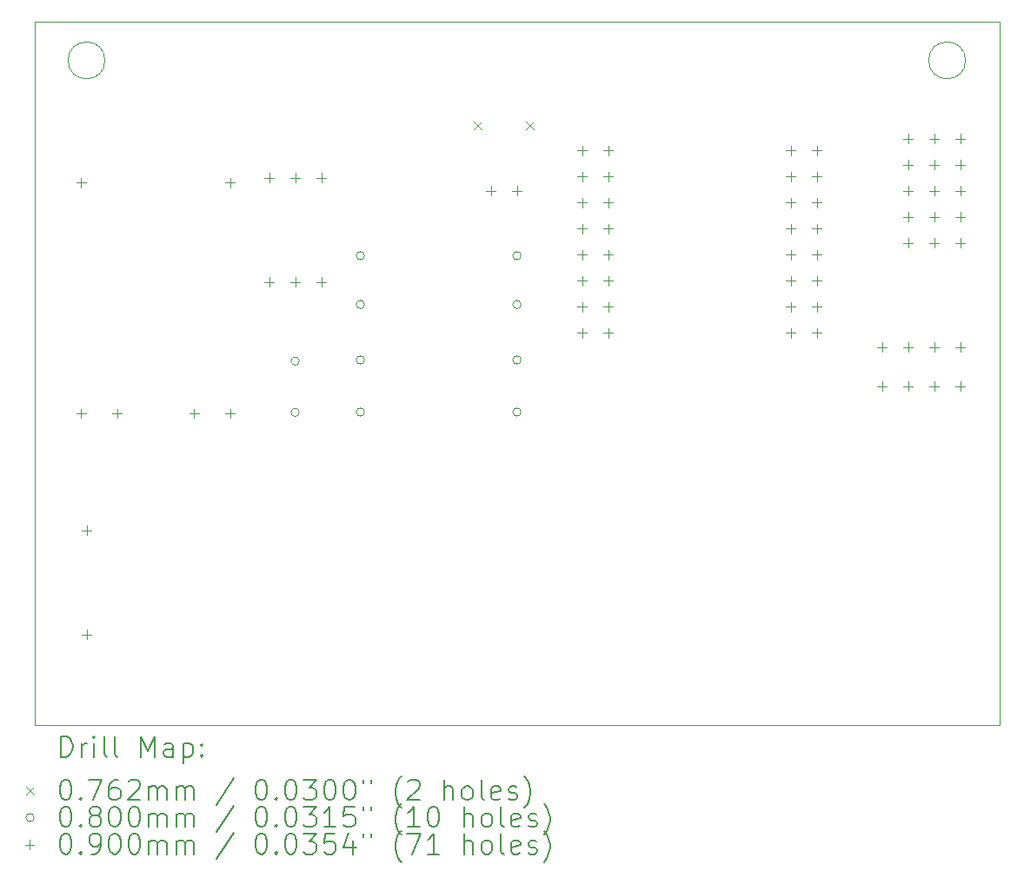
<source format=gbr>
%TF.GenerationSoftware,KiCad,Pcbnew,8.0.8-8.0.8-0~ubuntu24.10.1*%
%TF.CreationDate,2025-03-16T16:58:09+01:00*%
%TF.ProjectId,nimbus_pcb_2,6e696d62-7573-45f7-9063-625f322e6b69,rev?*%
%TF.SameCoordinates,Original*%
%TF.FileFunction,Drillmap*%
%TF.FilePolarity,Positive*%
%FSLAX45Y45*%
G04 Gerber Fmt 4.5, Leading zero omitted, Abs format (unit mm)*
G04 Created by KiCad (PCBNEW 8.0.8-8.0.8-0~ubuntu24.10.1) date 2025-03-16 16:58:09*
%MOMM*%
%LPD*%
G01*
G04 APERTURE LIST*
%ADD10C,0.050000*%
%ADD11C,0.200000*%
%ADD12C,0.100000*%
G04 APERTURE END LIST*
D10*
X15800605Y-9652000D02*
G75*
G02*
X15441395Y-9652000I-179605J0D01*
G01*
X15441395Y-9652000D02*
G75*
G02*
X15800605Y-9652000I179605J0D01*
G01*
X6731000Y-9271000D02*
X16129000Y-9271000D01*
X16129000Y-16129000D01*
X6731000Y-16129000D01*
X6731000Y-9271000D01*
X7418605Y-9652000D02*
G75*
G02*
X7059395Y-9652000I-179605J0D01*
G01*
X7059395Y-9652000D02*
G75*
G02*
X7418605Y-9652000I179605J0D01*
G01*
D11*
D12*
X11010900Y-10248900D02*
X11087100Y-10325100D01*
X11087100Y-10248900D02*
X11010900Y-10325100D01*
X11518900Y-10248900D02*
X11595100Y-10325100D01*
X11595100Y-10248900D02*
X11518900Y-10325100D01*
X9311000Y-12583000D02*
G75*
G02*
X9231000Y-12583000I-40000J0D01*
G01*
X9231000Y-12583000D02*
G75*
G02*
X9311000Y-12583000I40000J0D01*
G01*
X9311000Y-13083000D02*
G75*
G02*
X9231000Y-13083000I-40000J0D01*
G01*
X9231000Y-13083000D02*
G75*
G02*
X9311000Y-13083000I40000J0D01*
G01*
X9946000Y-11557000D02*
G75*
G02*
X9866000Y-11557000I-40000J0D01*
G01*
X9866000Y-11557000D02*
G75*
G02*
X9946000Y-11557000I40000J0D01*
G01*
X9946000Y-12032000D02*
G75*
G02*
X9866000Y-12032000I-40000J0D01*
G01*
X9866000Y-12032000D02*
G75*
G02*
X9946000Y-12032000I40000J0D01*
G01*
X9946000Y-12573000D02*
G75*
G02*
X9866000Y-12573000I-40000J0D01*
G01*
X9866000Y-12573000D02*
G75*
G02*
X9946000Y-12573000I40000J0D01*
G01*
X9946000Y-13081000D02*
G75*
G02*
X9866000Y-13081000I-40000J0D01*
G01*
X9866000Y-13081000D02*
G75*
G02*
X9946000Y-13081000I40000J0D01*
G01*
X11470000Y-11557000D02*
G75*
G02*
X11390000Y-11557000I-40000J0D01*
G01*
X11390000Y-11557000D02*
G75*
G02*
X11470000Y-11557000I40000J0D01*
G01*
X11470000Y-12032000D02*
G75*
G02*
X11390000Y-12032000I-40000J0D01*
G01*
X11390000Y-12032000D02*
G75*
G02*
X11470000Y-12032000I40000J0D01*
G01*
X11470000Y-12573000D02*
G75*
G02*
X11390000Y-12573000I-40000J0D01*
G01*
X11390000Y-12573000D02*
G75*
G02*
X11470000Y-12573000I40000J0D01*
G01*
X11470000Y-13081000D02*
G75*
G02*
X11390000Y-13081000I-40000J0D01*
G01*
X11390000Y-13081000D02*
G75*
G02*
X11470000Y-13081000I40000J0D01*
G01*
X7186000Y-10799000D02*
X7186000Y-10889000D01*
X7141000Y-10844000D02*
X7231000Y-10844000D01*
X7186000Y-13049000D02*
X7186000Y-13139000D01*
X7141000Y-13094000D02*
X7231000Y-13094000D01*
X7239000Y-14188000D02*
X7239000Y-14278000D01*
X7194000Y-14233000D02*
X7284000Y-14233000D01*
X7239000Y-15204000D02*
X7239000Y-15294000D01*
X7194000Y-15249000D02*
X7284000Y-15249000D01*
X7536000Y-13049000D02*
X7536000Y-13139000D01*
X7491000Y-13094000D02*
X7581000Y-13094000D01*
X8286000Y-13049000D02*
X8286000Y-13139000D01*
X8241000Y-13094000D02*
X8331000Y-13094000D01*
X8636000Y-10799000D02*
X8636000Y-10889000D01*
X8591000Y-10844000D02*
X8681000Y-10844000D01*
X8636000Y-13049000D02*
X8636000Y-13139000D01*
X8591000Y-13094000D02*
X8681000Y-13094000D01*
X9017000Y-10750000D02*
X9017000Y-10840000D01*
X8972000Y-10795000D02*
X9062000Y-10795000D01*
X9017000Y-11766000D02*
X9017000Y-11856000D01*
X8972000Y-11811000D02*
X9062000Y-11811000D01*
X9271000Y-10750000D02*
X9271000Y-10840000D01*
X9226000Y-10795000D02*
X9316000Y-10795000D01*
X9271000Y-11766000D02*
X9271000Y-11856000D01*
X9226000Y-11811000D02*
X9316000Y-11811000D01*
X9525000Y-10750000D02*
X9525000Y-10840000D01*
X9480000Y-10795000D02*
X9570000Y-10795000D01*
X9525000Y-11766000D02*
X9525000Y-11856000D01*
X9480000Y-11811000D02*
X9570000Y-11811000D01*
X11176000Y-10877000D02*
X11176000Y-10967000D01*
X11131000Y-10922000D02*
X11221000Y-10922000D01*
X11430000Y-10877000D02*
X11430000Y-10967000D01*
X11385000Y-10922000D02*
X11475000Y-10922000D01*
X12065000Y-10486000D02*
X12065000Y-10576000D01*
X12020000Y-10531000D02*
X12110000Y-10531000D01*
X12065000Y-10740000D02*
X12065000Y-10830000D01*
X12020000Y-10785000D02*
X12110000Y-10785000D01*
X12065000Y-10994000D02*
X12065000Y-11084000D01*
X12020000Y-11039000D02*
X12110000Y-11039000D01*
X12065000Y-11248000D02*
X12065000Y-11338000D01*
X12020000Y-11293000D02*
X12110000Y-11293000D01*
X12065000Y-11502000D02*
X12065000Y-11592000D01*
X12020000Y-11547000D02*
X12110000Y-11547000D01*
X12065000Y-11756000D02*
X12065000Y-11846000D01*
X12020000Y-11801000D02*
X12110000Y-11801000D01*
X12065000Y-12010000D02*
X12065000Y-12100000D01*
X12020000Y-12055000D02*
X12110000Y-12055000D01*
X12065000Y-12264000D02*
X12065000Y-12354000D01*
X12020000Y-12309000D02*
X12110000Y-12309000D01*
X12319000Y-10486000D02*
X12319000Y-10576000D01*
X12274000Y-10531000D02*
X12364000Y-10531000D01*
X12319000Y-10740000D02*
X12319000Y-10830000D01*
X12274000Y-10785000D02*
X12364000Y-10785000D01*
X12319000Y-10994000D02*
X12319000Y-11084000D01*
X12274000Y-11039000D02*
X12364000Y-11039000D01*
X12319000Y-11248000D02*
X12319000Y-11338000D01*
X12274000Y-11293000D02*
X12364000Y-11293000D01*
X12319000Y-11502000D02*
X12319000Y-11592000D01*
X12274000Y-11547000D02*
X12364000Y-11547000D01*
X12319000Y-11756000D02*
X12319000Y-11846000D01*
X12274000Y-11801000D02*
X12364000Y-11801000D01*
X12319000Y-12010000D02*
X12319000Y-12100000D01*
X12274000Y-12055000D02*
X12364000Y-12055000D01*
X12319000Y-12264000D02*
X12319000Y-12354000D01*
X12274000Y-12309000D02*
X12364000Y-12309000D01*
X14097000Y-10486000D02*
X14097000Y-10576000D01*
X14052000Y-10531000D02*
X14142000Y-10531000D01*
X14097000Y-10740000D02*
X14097000Y-10830000D01*
X14052000Y-10785000D02*
X14142000Y-10785000D01*
X14097000Y-10994000D02*
X14097000Y-11084000D01*
X14052000Y-11039000D02*
X14142000Y-11039000D01*
X14097000Y-11248000D02*
X14097000Y-11338000D01*
X14052000Y-11293000D02*
X14142000Y-11293000D01*
X14097000Y-11502000D02*
X14097000Y-11592000D01*
X14052000Y-11547000D02*
X14142000Y-11547000D01*
X14097000Y-11756000D02*
X14097000Y-11846000D01*
X14052000Y-11801000D02*
X14142000Y-11801000D01*
X14097000Y-12010000D02*
X14097000Y-12100000D01*
X14052000Y-12055000D02*
X14142000Y-12055000D01*
X14097000Y-12264000D02*
X14097000Y-12354000D01*
X14052000Y-12309000D02*
X14142000Y-12309000D01*
X14351000Y-10486000D02*
X14351000Y-10576000D01*
X14306000Y-10531000D02*
X14396000Y-10531000D01*
X14351000Y-10740000D02*
X14351000Y-10830000D01*
X14306000Y-10785000D02*
X14396000Y-10785000D01*
X14351000Y-10994000D02*
X14351000Y-11084000D01*
X14306000Y-11039000D02*
X14396000Y-11039000D01*
X14351000Y-11248000D02*
X14351000Y-11338000D01*
X14306000Y-11293000D02*
X14396000Y-11293000D01*
X14351000Y-11502000D02*
X14351000Y-11592000D01*
X14306000Y-11547000D02*
X14396000Y-11547000D01*
X14351000Y-11756000D02*
X14351000Y-11846000D01*
X14306000Y-11801000D02*
X14396000Y-11801000D01*
X14351000Y-12010000D02*
X14351000Y-12100000D01*
X14306000Y-12055000D02*
X14396000Y-12055000D01*
X14351000Y-12264000D02*
X14351000Y-12354000D01*
X14306000Y-12309000D02*
X14396000Y-12309000D01*
X14986000Y-12401000D02*
X14986000Y-12491000D01*
X14941000Y-12446000D02*
X15031000Y-12446000D01*
X14986000Y-12782000D02*
X14986000Y-12872000D01*
X14941000Y-12827000D02*
X15031000Y-12827000D01*
X15240000Y-10369000D02*
X15240000Y-10459000D01*
X15195000Y-10414000D02*
X15285000Y-10414000D01*
X15240000Y-10623000D02*
X15240000Y-10713000D01*
X15195000Y-10668000D02*
X15285000Y-10668000D01*
X15240000Y-10877000D02*
X15240000Y-10967000D01*
X15195000Y-10922000D02*
X15285000Y-10922000D01*
X15240000Y-11131000D02*
X15240000Y-11221000D01*
X15195000Y-11176000D02*
X15285000Y-11176000D01*
X15240000Y-11385000D02*
X15240000Y-11475000D01*
X15195000Y-11430000D02*
X15285000Y-11430000D01*
X15240000Y-12401000D02*
X15240000Y-12491000D01*
X15195000Y-12446000D02*
X15285000Y-12446000D01*
X15240000Y-12782000D02*
X15240000Y-12872000D01*
X15195000Y-12827000D02*
X15285000Y-12827000D01*
X15494000Y-10369000D02*
X15494000Y-10459000D01*
X15449000Y-10414000D02*
X15539000Y-10414000D01*
X15494000Y-10623000D02*
X15494000Y-10713000D01*
X15449000Y-10668000D02*
X15539000Y-10668000D01*
X15494000Y-10877000D02*
X15494000Y-10967000D01*
X15449000Y-10922000D02*
X15539000Y-10922000D01*
X15494000Y-11131000D02*
X15494000Y-11221000D01*
X15449000Y-11176000D02*
X15539000Y-11176000D01*
X15494000Y-11385000D02*
X15494000Y-11475000D01*
X15449000Y-11430000D02*
X15539000Y-11430000D01*
X15494000Y-12401000D02*
X15494000Y-12491000D01*
X15449000Y-12446000D02*
X15539000Y-12446000D01*
X15494000Y-12782000D02*
X15494000Y-12872000D01*
X15449000Y-12827000D02*
X15539000Y-12827000D01*
X15748000Y-10369000D02*
X15748000Y-10459000D01*
X15703000Y-10414000D02*
X15793000Y-10414000D01*
X15748000Y-10623000D02*
X15748000Y-10713000D01*
X15703000Y-10668000D02*
X15793000Y-10668000D01*
X15748000Y-10877000D02*
X15748000Y-10967000D01*
X15703000Y-10922000D02*
X15793000Y-10922000D01*
X15748000Y-11131000D02*
X15748000Y-11221000D01*
X15703000Y-11176000D02*
X15793000Y-11176000D01*
X15748000Y-11385000D02*
X15748000Y-11475000D01*
X15703000Y-11430000D02*
X15793000Y-11430000D01*
X15748000Y-12401000D02*
X15748000Y-12491000D01*
X15703000Y-12446000D02*
X15793000Y-12446000D01*
X15748000Y-12782000D02*
X15748000Y-12872000D01*
X15703000Y-12827000D02*
X15793000Y-12827000D01*
D11*
X6989277Y-16442984D02*
X6989277Y-16242984D01*
X6989277Y-16242984D02*
X7036896Y-16242984D01*
X7036896Y-16242984D02*
X7065467Y-16252508D01*
X7065467Y-16252508D02*
X7084515Y-16271555D01*
X7084515Y-16271555D02*
X7094039Y-16290603D01*
X7094039Y-16290603D02*
X7103562Y-16328698D01*
X7103562Y-16328698D02*
X7103562Y-16357269D01*
X7103562Y-16357269D02*
X7094039Y-16395365D01*
X7094039Y-16395365D02*
X7084515Y-16414412D01*
X7084515Y-16414412D02*
X7065467Y-16433460D01*
X7065467Y-16433460D02*
X7036896Y-16442984D01*
X7036896Y-16442984D02*
X6989277Y-16442984D01*
X7189277Y-16442984D02*
X7189277Y-16309650D01*
X7189277Y-16347746D02*
X7198801Y-16328698D01*
X7198801Y-16328698D02*
X7208324Y-16319174D01*
X7208324Y-16319174D02*
X7227372Y-16309650D01*
X7227372Y-16309650D02*
X7246420Y-16309650D01*
X7313086Y-16442984D02*
X7313086Y-16309650D01*
X7313086Y-16242984D02*
X7303562Y-16252508D01*
X7303562Y-16252508D02*
X7313086Y-16262031D01*
X7313086Y-16262031D02*
X7322610Y-16252508D01*
X7322610Y-16252508D02*
X7313086Y-16242984D01*
X7313086Y-16242984D02*
X7313086Y-16262031D01*
X7436896Y-16442984D02*
X7417848Y-16433460D01*
X7417848Y-16433460D02*
X7408324Y-16414412D01*
X7408324Y-16414412D02*
X7408324Y-16242984D01*
X7541658Y-16442984D02*
X7522610Y-16433460D01*
X7522610Y-16433460D02*
X7513086Y-16414412D01*
X7513086Y-16414412D02*
X7513086Y-16242984D01*
X7770229Y-16442984D02*
X7770229Y-16242984D01*
X7770229Y-16242984D02*
X7836896Y-16385841D01*
X7836896Y-16385841D02*
X7903562Y-16242984D01*
X7903562Y-16242984D02*
X7903562Y-16442984D01*
X8084515Y-16442984D02*
X8084515Y-16338222D01*
X8084515Y-16338222D02*
X8074991Y-16319174D01*
X8074991Y-16319174D02*
X8055943Y-16309650D01*
X8055943Y-16309650D02*
X8017848Y-16309650D01*
X8017848Y-16309650D02*
X7998801Y-16319174D01*
X8084515Y-16433460D02*
X8065467Y-16442984D01*
X8065467Y-16442984D02*
X8017848Y-16442984D01*
X8017848Y-16442984D02*
X7998801Y-16433460D01*
X7998801Y-16433460D02*
X7989277Y-16414412D01*
X7989277Y-16414412D02*
X7989277Y-16395365D01*
X7989277Y-16395365D02*
X7998801Y-16376317D01*
X7998801Y-16376317D02*
X8017848Y-16366793D01*
X8017848Y-16366793D02*
X8065467Y-16366793D01*
X8065467Y-16366793D02*
X8084515Y-16357269D01*
X8179753Y-16309650D02*
X8179753Y-16509650D01*
X8179753Y-16319174D02*
X8198801Y-16309650D01*
X8198801Y-16309650D02*
X8236896Y-16309650D01*
X8236896Y-16309650D02*
X8255943Y-16319174D01*
X8255943Y-16319174D02*
X8265467Y-16328698D01*
X8265467Y-16328698D02*
X8274991Y-16347746D01*
X8274991Y-16347746D02*
X8274991Y-16404888D01*
X8274991Y-16404888D02*
X8265467Y-16423936D01*
X8265467Y-16423936D02*
X8255943Y-16433460D01*
X8255943Y-16433460D02*
X8236896Y-16442984D01*
X8236896Y-16442984D02*
X8198801Y-16442984D01*
X8198801Y-16442984D02*
X8179753Y-16433460D01*
X8360705Y-16423936D02*
X8370229Y-16433460D01*
X8370229Y-16433460D02*
X8360705Y-16442984D01*
X8360705Y-16442984D02*
X8351182Y-16433460D01*
X8351182Y-16433460D02*
X8360705Y-16423936D01*
X8360705Y-16423936D02*
X8360705Y-16442984D01*
X8360705Y-16319174D02*
X8370229Y-16328698D01*
X8370229Y-16328698D02*
X8360705Y-16338222D01*
X8360705Y-16338222D02*
X8351182Y-16328698D01*
X8351182Y-16328698D02*
X8360705Y-16319174D01*
X8360705Y-16319174D02*
X8360705Y-16338222D01*
D12*
X6652300Y-16733400D02*
X6728500Y-16809600D01*
X6728500Y-16733400D02*
X6652300Y-16809600D01*
D11*
X7027372Y-16662984D02*
X7046420Y-16662984D01*
X7046420Y-16662984D02*
X7065467Y-16672508D01*
X7065467Y-16672508D02*
X7074991Y-16682031D01*
X7074991Y-16682031D02*
X7084515Y-16701079D01*
X7084515Y-16701079D02*
X7094039Y-16739174D01*
X7094039Y-16739174D02*
X7094039Y-16786793D01*
X7094039Y-16786793D02*
X7084515Y-16824889D01*
X7084515Y-16824889D02*
X7074991Y-16843936D01*
X7074991Y-16843936D02*
X7065467Y-16853460D01*
X7065467Y-16853460D02*
X7046420Y-16862984D01*
X7046420Y-16862984D02*
X7027372Y-16862984D01*
X7027372Y-16862984D02*
X7008324Y-16853460D01*
X7008324Y-16853460D02*
X6998801Y-16843936D01*
X6998801Y-16843936D02*
X6989277Y-16824889D01*
X6989277Y-16824889D02*
X6979753Y-16786793D01*
X6979753Y-16786793D02*
X6979753Y-16739174D01*
X6979753Y-16739174D02*
X6989277Y-16701079D01*
X6989277Y-16701079D02*
X6998801Y-16682031D01*
X6998801Y-16682031D02*
X7008324Y-16672508D01*
X7008324Y-16672508D02*
X7027372Y-16662984D01*
X7179753Y-16843936D02*
X7189277Y-16853460D01*
X7189277Y-16853460D02*
X7179753Y-16862984D01*
X7179753Y-16862984D02*
X7170229Y-16853460D01*
X7170229Y-16853460D02*
X7179753Y-16843936D01*
X7179753Y-16843936D02*
X7179753Y-16862984D01*
X7255943Y-16662984D02*
X7389277Y-16662984D01*
X7389277Y-16662984D02*
X7303562Y-16862984D01*
X7551182Y-16662984D02*
X7513086Y-16662984D01*
X7513086Y-16662984D02*
X7494039Y-16672508D01*
X7494039Y-16672508D02*
X7484515Y-16682031D01*
X7484515Y-16682031D02*
X7465467Y-16710603D01*
X7465467Y-16710603D02*
X7455943Y-16748698D01*
X7455943Y-16748698D02*
X7455943Y-16824889D01*
X7455943Y-16824889D02*
X7465467Y-16843936D01*
X7465467Y-16843936D02*
X7474991Y-16853460D01*
X7474991Y-16853460D02*
X7494039Y-16862984D01*
X7494039Y-16862984D02*
X7532134Y-16862984D01*
X7532134Y-16862984D02*
X7551182Y-16853460D01*
X7551182Y-16853460D02*
X7560705Y-16843936D01*
X7560705Y-16843936D02*
X7570229Y-16824889D01*
X7570229Y-16824889D02*
X7570229Y-16777270D01*
X7570229Y-16777270D02*
X7560705Y-16758222D01*
X7560705Y-16758222D02*
X7551182Y-16748698D01*
X7551182Y-16748698D02*
X7532134Y-16739174D01*
X7532134Y-16739174D02*
X7494039Y-16739174D01*
X7494039Y-16739174D02*
X7474991Y-16748698D01*
X7474991Y-16748698D02*
X7465467Y-16758222D01*
X7465467Y-16758222D02*
X7455943Y-16777270D01*
X7646420Y-16682031D02*
X7655943Y-16672508D01*
X7655943Y-16672508D02*
X7674991Y-16662984D01*
X7674991Y-16662984D02*
X7722610Y-16662984D01*
X7722610Y-16662984D02*
X7741658Y-16672508D01*
X7741658Y-16672508D02*
X7751182Y-16682031D01*
X7751182Y-16682031D02*
X7760705Y-16701079D01*
X7760705Y-16701079D02*
X7760705Y-16720127D01*
X7760705Y-16720127D02*
X7751182Y-16748698D01*
X7751182Y-16748698D02*
X7636896Y-16862984D01*
X7636896Y-16862984D02*
X7760705Y-16862984D01*
X7846420Y-16862984D02*
X7846420Y-16729650D01*
X7846420Y-16748698D02*
X7855943Y-16739174D01*
X7855943Y-16739174D02*
X7874991Y-16729650D01*
X7874991Y-16729650D02*
X7903563Y-16729650D01*
X7903563Y-16729650D02*
X7922610Y-16739174D01*
X7922610Y-16739174D02*
X7932134Y-16758222D01*
X7932134Y-16758222D02*
X7932134Y-16862984D01*
X7932134Y-16758222D02*
X7941658Y-16739174D01*
X7941658Y-16739174D02*
X7960705Y-16729650D01*
X7960705Y-16729650D02*
X7989277Y-16729650D01*
X7989277Y-16729650D02*
X8008324Y-16739174D01*
X8008324Y-16739174D02*
X8017848Y-16758222D01*
X8017848Y-16758222D02*
X8017848Y-16862984D01*
X8113086Y-16862984D02*
X8113086Y-16729650D01*
X8113086Y-16748698D02*
X8122610Y-16739174D01*
X8122610Y-16739174D02*
X8141658Y-16729650D01*
X8141658Y-16729650D02*
X8170229Y-16729650D01*
X8170229Y-16729650D02*
X8189277Y-16739174D01*
X8189277Y-16739174D02*
X8198801Y-16758222D01*
X8198801Y-16758222D02*
X8198801Y-16862984D01*
X8198801Y-16758222D02*
X8208324Y-16739174D01*
X8208324Y-16739174D02*
X8227372Y-16729650D01*
X8227372Y-16729650D02*
X8255943Y-16729650D01*
X8255943Y-16729650D02*
X8274991Y-16739174D01*
X8274991Y-16739174D02*
X8284515Y-16758222D01*
X8284515Y-16758222D02*
X8284515Y-16862984D01*
X8674991Y-16653460D02*
X8503563Y-16910603D01*
X8932134Y-16662984D02*
X8951182Y-16662984D01*
X8951182Y-16662984D02*
X8970229Y-16672508D01*
X8970229Y-16672508D02*
X8979753Y-16682031D01*
X8979753Y-16682031D02*
X8989277Y-16701079D01*
X8989277Y-16701079D02*
X8998801Y-16739174D01*
X8998801Y-16739174D02*
X8998801Y-16786793D01*
X8998801Y-16786793D02*
X8989277Y-16824889D01*
X8989277Y-16824889D02*
X8979753Y-16843936D01*
X8979753Y-16843936D02*
X8970229Y-16853460D01*
X8970229Y-16853460D02*
X8951182Y-16862984D01*
X8951182Y-16862984D02*
X8932134Y-16862984D01*
X8932134Y-16862984D02*
X8913087Y-16853460D01*
X8913087Y-16853460D02*
X8903563Y-16843936D01*
X8903563Y-16843936D02*
X8894039Y-16824889D01*
X8894039Y-16824889D02*
X8884515Y-16786793D01*
X8884515Y-16786793D02*
X8884515Y-16739174D01*
X8884515Y-16739174D02*
X8894039Y-16701079D01*
X8894039Y-16701079D02*
X8903563Y-16682031D01*
X8903563Y-16682031D02*
X8913087Y-16672508D01*
X8913087Y-16672508D02*
X8932134Y-16662984D01*
X9084515Y-16843936D02*
X9094039Y-16853460D01*
X9094039Y-16853460D02*
X9084515Y-16862984D01*
X9084515Y-16862984D02*
X9074991Y-16853460D01*
X9074991Y-16853460D02*
X9084515Y-16843936D01*
X9084515Y-16843936D02*
X9084515Y-16862984D01*
X9217848Y-16662984D02*
X9236896Y-16662984D01*
X9236896Y-16662984D02*
X9255944Y-16672508D01*
X9255944Y-16672508D02*
X9265468Y-16682031D01*
X9265468Y-16682031D02*
X9274991Y-16701079D01*
X9274991Y-16701079D02*
X9284515Y-16739174D01*
X9284515Y-16739174D02*
X9284515Y-16786793D01*
X9284515Y-16786793D02*
X9274991Y-16824889D01*
X9274991Y-16824889D02*
X9265468Y-16843936D01*
X9265468Y-16843936D02*
X9255944Y-16853460D01*
X9255944Y-16853460D02*
X9236896Y-16862984D01*
X9236896Y-16862984D02*
X9217848Y-16862984D01*
X9217848Y-16862984D02*
X9198801Y-16853460D01*
X9198801Y-16853460D02*
X9189277Y-16843936D01*
X9189277Y-16843936D02*
X9179753Y-16824889D01*
X9179753Y-16824889D02*
X9170229Y-16786793D01*
X9170229Y-16786793D02*
X9170229Y-16739174D01*
X9170229Y-16739174D02*
X9179753Y-16701079D01*
X9179753Y-16701079D02*
X9189277Y-16682031D01*
X9189277Y-16682031D02*
X9198801Y-16672508D01*
X9198801Y-16672508D02*
X9217848Y-16662984D01*
X9351182Y-16662984D02*
X9474991Y-16662984D01*
X9474991Y-16662984D02*
X9408325Y-16739174D01*
X9408325Y-16739174D02*
X9436896Y-16739174D01*
X9436896Y-16739174D02*
X9455944Y-16748698D01*
X9455944Y-16748698D02*
X9465468Y-16758222D01*
X9465468Y-16758222D02*
X9474991Y-16777270D01*
X9474991Y-16777270D02*
X9474991Y-16824889D01*
X9474991Y-16824889D02*
X9465468Y-16843936D01*
X9465468Y-16843936D02*
X9455944Y-16853460D01*
X9455944Y-16853460D02*
X9436896Y-16862984D01*
X9436896Y-16862984D02*
X9379753Y-16862984D01*
X9379753Y-16862984D02*
X9360706Y-16853460D01*
X9360706Y-16853460D02*
X9351182Y-16843936D01*
X9598801Y-16662984D02*
X9617849Y-16662984D01*
X9617849Y-16662984D02*
X9636896Y-16672508D01*
X9636896Y-16672508D02*
X9646420Y-16682031D01*
X9646420Y-16682031D02*
X9655944Y-16701079D01*
X9655944Y-16701079D02*
X9665468Y-16739174D01*
X9665468Y-16739174D02*
X9665468Y-16786793D01*
X9665468Y-16786793D02*
X9655944Y-16824889D01*
X9655944Y-16824889D02*
X9646420Y-16843936D01*
X9646420Y-16843936D02*
X9636896Y-16853460D01*
X9636896Y-16853460D02*
X9617849Y-16862984D01*
X9617849Y-16862984D02*
X9598801Y-16862984D01*
X9598801Y-16862984D02*
X9579753Y-16853460D01*
X9579753Y-16853460D02*
X9570229Y-16843936D01*
X9570229Y-16843936D02*
X9560706Y-16824889D01*
X9560706Y-16824889D02*
X9551182Y-16786793D01*
X9551182Y-16786793D02*
X9551182Y-16739174D01*
X9551182Y-16739174D02*
X9560706Y-16701079D01*
X9560706Y-16701079D02*
X9570229Y-16682031D01*
X9570229Y-16682031D02*
X9579753Y-16672508D01*
X9579753Y-16672508D02*
X9598801Y-16662984D01*
X9789277Y-16662984D02*
X9808325Y-16662984D01*
X9808325Y-16662984D02*
X9827372Y-16672508D01*
X9827372Y-16672508D02*
X9836896Y-16682031D01*
X9836896Y-16682031D02*
X9846420Y-16701079D01*
X9846420Y-16701079D02*
X9855944Y-16739174D01*
X9855944Y-16739174D02*
X9855944Y-16786793D01*
X9855944Y-16786793D02*
X9846420Y-16824889D01*
X9846420Y-16824889D02*
X9836896Y-16843936D01*
X9836896Y-16843936D02*
X9827372Y-16853460D01*
X9827372Y-16853460D02*
X9808325Y-16862984D01*
X9808325Y-16862984D02*
X9789277Y-16862984D01*
X9789277Y-16862984D02*
X9770229Y-16853460D01*
X9770229Y-16853460D02*
X9760706Y-16843936D01*
X9760706Y-16843936D02*
X9751182Y-16824889D01*
X9751182Y-16824889D02*
X9741658Y-16786793D01*
X9741658Y-16786793D02*
X9741658Y-16739174D01*
X9741658Y-16739174D02*
X9751182Y-16701079D01*
X9751182Y-16701079D02*
X9760706Y-16682031D01*
X9760706Y-16682031D02*
X9770229Y-16672508D01*
X9770229Y-16672508D02*
X9789277Y-16662984D01*
X9932134Y-16662984D02*
X9932134Y-16701079D01*
X10008325Y-16662984D02*
X10008325Y-16701079D01*
X10303563Y-16939174D02*
X10294039Y-16929650D01*
X10294039Y-16929650D02*
X10274991Y-16901079D01*
X10274991Y-16901079D02*
X10265468Y-16882031D01*
X10265468Y-16882031D02*
X10255944Y-16853460D01*
X10255944Y-16853460D02*
X10246420Y-16805841D01*
X10246420Y-16805841D02*
X10246420Y-16767746D01*
X10246420Y-16767746D02*
X10255944Y-16720127D01*
X10255944Y-16720127D02*
X10265468Y-16691555D01*
X10265468Y-16691555D02*
X10274991Y-16672508D01*
X10274991Y-16672508D02*
X10294039Y-16643936D01*
X10294039Y-16643936D02*
X10303563Y-16634412D01*
X10370230Y-16682031D02*
X10379753Y-16672508D01*
X10379753Y-16672508D02*
X10398801Y-16662984D01*
X10398801Y-16662984D02*
X10446420Y-16662984D01*
X10446420Y-16662984D02*
X10465468Y-16672508D01*
X10465468Y-16672508D02*
X10474991Y-16682031D01*
X10474991Y-16682031D02*
X10484515Y-16701079D01*
X10484515Y-16701079D02*
X10484515Y-16720127D01*
X10484515Y-16720127D02*
X10474991Y-16748698D01*
X10474991Y-16748698D02*
X10360706Y-16862984D01*
X10360706Y-16862984D02*
X10484515Y-16862984D01*
X10722611Y-16862984D02*
X10722611Y-16662984D01*
X10808325Y-16862984D02*
X10808325Y-16758222D01*
X10808325Y-16758222D02*
X10798801Y-16739174D01*
X10798801Y-16739174D02*
X10779753Y-16729650D01*
X10779753Y-16729650D02*
X10751182Y-16729650D01*
X10751182Y-16729650D02*
X10732134Y-16739174D01*
X10732134Y-16739174D02*
X10722611Y-16748698D01*
X10932134Y-16862984D02*
X10913087Y-16853460D01*
X10913087Y-16853460D02*
X10903563Y-16843936D01*
X10903563Y-16843936D02*
X10894039Y-16824889D01*
X10894039Y-16824889D02*
X10894039Y-16767746D01*
X10894039Y-16767746D02*
X10903563Y-16748698D01*
X10903563Y-16748698D02*
X10913087Y-16739174D01*
X10913087Y-16739174D02*
X10932134Y-16729650D01*
X10932134Y-16729650D02*
X10960706Y-16729650D01*
X10960706Y-16729650D02*
X10979753Y-16739174D01*
X10979753Y-16739174D02*
X10989277Y-16748698D01*
X10989277Y-16748698D02*
X10998801Y-16767746D01*
X10998801Y-16767746D02*
X10998801Y-16824889D01*
X10998801Y-16824889D02*
X10989277Y-16843936D01*
X10989277Y-16843936D02*
X10979753Y-16853460D01*
X10979753Y-16853460D02*
X10960706Y-16862984D01*
X10960706Y-16862984D02*
X10932134Y-16862984D01*
X11113087Y-16862984D02*
X11094039Y-16853460D01*
X11094039Y-16853460D02*
X11084515Y-16834412D01*
X11084515Y-16834412D02*
X11084515Y-16662984D01*
X11265468Y-16853460D02*
X11246420Y-16862984D01*
X11246420Y-16862984D02*
X11208325Y-16862984D01*
X11208325Y-16862984D02*
X11189277Y-16853460D01*
X11189277Y-16853460D02*
X11179753Y-16834412D01*
X11179753Y-16834412D02*
X11179753Y-16758222D01*
X11179753Y-16758222D02*
X11189277Y-16739174D01*
X11189277Y-16739174D02*
X11208325Y-16729650D01*
X11208325Y-16729650D02*
X11246420Y-16729650D01*
X11246420Y-16729650D02*
X11265468Y-16739174D01*
X11265468Y-16739174D02*
X11274991Y-16758222D01*
X11274991Y-16758222D02*
X11274991Y-16777270D01*
X11274991Y-16777270D02*
X11179753Y-16796317D01*
X11351182Y-16853460D02*
X11370230Y-16862984D01*
X11370230Y-16862984D02*
X11408325Y-16862984D01*
X11408325Y-16862984D02*
X11427372Y-16853460D01*
X11427372Y-16853460D02*
X11436896Y-16834412D01*
X11436896Y-16834412D02*
X11436896Y-16824889D01*
X11436896Y-16824889D02*
X11427372Y-16805841D01*
X11427372Y-16805841D02*
X11408325Y-16796317D01*
X11408325Y-16796317D02*
X11379753Y-16796317D01*
X11379753Y-16796317D02*
X11360706Y-16786793D01*
X11360706Y-16786793D02*
X11351182Y-16767746D01*
X11351182Y-16767746D02*
X11351182Y-16758222D01*
X11351182Y-16758222D02*
X11360706Y-16739174D01*
X11360706Y-16739174D02*
X11379753Y-16729650D01*
X11379753Y-16729650D02*
X11408325Y-16729650D01*
X11408325Y-16729650D02*
X11427372Y-16739174D01*
X11503563Y-16939174D02*
X11513087Y-16929650D01*
X11513087Y-16929650D02*
X11532134Y-16901079D01*
X11532134Y-16901079D02*
X11541658Y-16882031D01*
X11541658Y-16882031D02*
X11551182Y-16853460D01*
X11551182Y-16853460D02*
X11560706Y-16805841D01*
X11560706Y-16805841D02*
X11560706Y-16767746D01*
X11560706Y-16767746D02*
X11551182Y-16720127D01*
X11551182Y-16720127D02*
X11541658Y-16691555D01*
X11541658Y-16691555D02*
X11532134Y-16672508D01*
X11532134Y-16672508D02*
X11513087Y-16643936D01*
X11513087Y-16643936D02*
X11503563Y-16634412D01*
D12*
X6728500Y-17035500D02*
G75*
G02*
X6648500Y-17035500I-40000J0D01*
G01*
X6648500Y-17035500D02*
G75*
G02*
X6728500Y-17035500I40000J0D01*
G01*
D11*
X7027372Y-16926984D02*
X7046420Y-16926984D01*
X7046420Y-16926984D02*
X7065467Y-16936508D01*
X7065467Y-16936508D02*
X7074991Y-16946031D01*
X7074991Y-16946031D02*
X7084515Y-16965079D01*
X7084515Y-16965079D02*
X7094039Y-17003174D01*
X7094039Y-17003174D02*
X7094039Y-17050793D01*
X7094039Y-17050793D02*
X7084515Y-17088889D01*
X7084515Y-17088889D02*
X7074991Y-17107936D01*
X7074991Y-17107936D02*
X7065467Y-17117460D01*
X7065467Y-17117460D02*
X7046420Y-17126984D01*
X7046420Y-17126984D02*
X7027372Y-17126984D01*
X7027372Y-17126984D02*
X7008324Y-17117460D01*
X7008324Y-17117460D02*
X6998801Y-17107936D01*
X6998801Y-17107936D02*
X6989277Y-17088889D01*
X6989277Y-17088889D02*
X6979753Y-17050793D01*
X6979753Y-17050793D02*
X6979753Y-17003174D01*
X6979753Y-17003174D02*
X6989277Y-16965079D01*
X6989277Y-16965079D02*
X6998801Y-16946031D01*
X6998801Y-16946031D02*
X7008324Y-16936508D01*
X7008324Y-16936508D02*
X7027372Y-16926984D01*
X7179753Y-17107936D02*
X7189277Y-17117460D01*
X7189277Y-17117460D02*
X7179753Y-17126984D01*
X7179753Y-17126984D02*
X7170229Y-17117460D01*
X7170229Y-17117460D02*
X7179753Y-17107936D01*
X7179753Y-17107936D02*
X7179753Y-17126984D01*
X7303562Y-17012698D02*
X7284515Y-17003174D01*
X7284515Y-17003174D02*
X7274991Y-16993650D01*
X7274991Y-16993650D02*
X7265467Y-16974603D01*
X7265467Y-16974603D02*
X7265467Y-16965079D01*
X7265467Y-16965079D02*
X7274991Y-16946031D01*
X7274991Y-16946031D02*
X7284515Y-16936508D01*
X7284515Y-16936508D02*
X7303562Y-16926984D01*
X7303562Y-16926984D02*
X7341658Y-16926984D01*
X7341658Y-16926984D02*
X7360705Y-16936508D01*
X7360705Y-16936508D02*
X7370229Y-16946031D01*
X7370229Y-16946031D02*
X7379753Y-16965079D01*
X7379753Y-16965079D02*
X7379753Y-16974603D01*
X7379753Y-16974603D02*
X7370229Y-16993650D01*
X7370229Y-16993650D02*
X7360705Y-17003174D01*
X7360705Y-17003174D02*
X7341658Y-17012698D01*
X7341658Y-17012698D02*
X7303562Y-17012698D01*
X7303562Y-17012698D02*
X7284515Y-17022222D01*
X7284515Y-17022222D02*
X7274991Y-17031746D01*
X7274991Y-17031746D02*
X7265467Y-17050793D01*
X7265467Y-17050793D02*
X7265467Y-17088889D01*
X7265467Y-17088889D02*
X7274991Y-17107936D01*
X7274991Y-17107936D02*
X7284515Y-17117460D01*
X7284515Y-17117460D02*
X7303562Y-17126984D01*
X7303562Y-17126984D02*
X7341658Y-17126984D01*
X7341658Y-17126984D02*
X7360705Y-17117460D01*
X7360705Y-17117460D02*
X7370229Y-17107936D01*
X7370229Y-17107936D02*
X7379753Y-17088889D01*
X7379753Y-17088889D02*
X7379753Y-17050793D01*
X7379753Y-17050793D02*
X7370229Y-17031746D01*
X7370229Y-17031746D02*
X7360705Y-17022222D01*
X7360705Y-17022222D02*
X7341658Y-17012698D01*
X7503562Y-16926984D02*
X7522610Y-16926984D01*
X7522610Y-16926984D02*
X7541658Y-16936508D01*
X7541658Y-16936508D02*
X7551182Y-16946031D01*
X7551182Y-16946031D02*
X7560705Y-16965079D01*
X7560705Y-16965079D02*
X7570229Y-17003174D01*
X7570229Y-17003174D02*
X7570229Y-17050793D01*
X7570229Y-17050793D02*
X7560705Y-17088889D01*
X7560705Y-17088889D02*
X7551182Y-17107936D01*
X7551182Y-17107936D02*
X7541658Y-17117460D01*
X7541658Y-17117460D02*
X7522610Y-17126984D01*
X7522610Y-17126984D02*
X7503562Y-17126984D01*
X7503562Y-17126984D02*
X7484515Y-17117460D01*
X7484515Y-17117460D02*
X7474991Y-17107936D01*
X7474991Y-17107936D02*
X7465467Y-17088889D01*
X7465467Y-17088889D02*
X7455943Y-17050793D01*
X7455943Y-17050793D02*
X7455943Y-17003174D01*
X7455943Y-17003174D02*
X7465467Y-16965079D01*
X7465467Y-16965079D02*
X7474991Y-16946031D01*
X7474991Y-16946031D02*
X7484515Y-16936508D01*
X7484515Y-16936508D02*
X7503562Y-16926984D01*
X7694039Y-16926984D02*
X7713086Y-16926984D01*
X7713086Y-16926984D02*
X7732134Y-16936508D01*
X7732134Y-16936508D02*
X7741658Y-16946031D01*
X7741658Y-16946031D02*
X7751182Y-16965079D01*
X7751182Y-16965079D02*
X7760705Y-17003174D01*
X7760705Y-17003174D02*
X7760705Y-17050793D01*
X7760705Y-17050793D02*
X7751182Y-17088889D01*
X7751182Y-17088889D02*
X7741658Y-17107936D01*
X7741658Y-17107936D02*
X7732134Y-17117460D01*
X7732134Y-17117460D02*
X7713086Y-17126984D01*
X7713086Y-17126984D02*
X7694039Y-17126984D01*
X7694039Y-17126984D02*
X7674991Y-17117460D01*
X7674991Y-17117460D02*
X7665467Y-17107936D01*
X7665467Y-17107936D02*
X7655943Y-17088889D01*
X7655943Y-17088889D02*
X7646420Y-17050793D01*
X7646420Y-17050793D02*
X7646420Y-17003174D01*
X7646420Y-17003174D02*
X7655943Y-16965079D01*
X7655943Y-16965079D02*
X7665467Y-16946031D01*
X7665467Y-16946031D02*
X7674991Y-16936508D01*
X7674991Y-16936508D02*
X7694039Y-16926984D01*
X7846420Y-17126984D02*
X7846420Y-16993650D01*
X7846420Y-17012698D02*
X7855943Y-17003174D01*
X7855943Y-17003174D02*
X7874991Y-16993650D01*
X7874991Y-16993650D02*
X7903563Y-16993650D01*
X7903563Y-16993650D02*
X7922610Y-17003174D01*
X7922610Y-17003174D02*
X7932134Y-17022222D01*
X7932134Y-17022222D02*
X7932134Y-17126984D01*
X7932134Y-17022222D02*
X7941658Y-17003174D01*
X7941658Y-17003174D02*
X7960705Y-16993650D01*
X7960705Y-16993650D02*
X7989277Y-16993650D01*
X7989277Y-16993650D02*
X8008324Y-17003174D01*
X8008324Y-17003174D02*
X8017848Y-17022222D01*
X8017848Y-17022222D02*
X8017848Y-17126984D01*
X8113086Y-17126984D02*
X8113086Y-16993650D01*
X8113086Y-17012698D02*
X8122610Y-17003174D01*
X8122610Y-17003174D02*
X8141658Y-16993650D01*
X8141658Y-16993650D02*
X8170229Y-16993650D01*
X8170229Y-16993650D02*
X8189277Y-17003174D01*
X8189277Y-17003174D02*
X8198801Y-17022222D01*
X8198801Y-17022222D02*
X8198801Y-17126984D01*
X8198801Y-17022222D02*
X8208324Y-17003174D01*
X8208324Y-17003174D02*
X8227372Y-16993650D01*
X8227372Y-16993650D02*
X8255943Y-16993650D01*
X8255943Y-16993650D02*
X8274991Y-17003174D01*
X8274991Y-17003174D02*
X8284515Y-17022222D01*
X8284515Y-17022222D02*
X8284515Y-17126984D01*
X8674991Y-16917460D02*
X8503563Y-17174603D01*
X8932134Y-16926984D02*
X8951182Y-16926984D01*
X8951182Y-16926984D02*
X8970229Y-16936508D01*
X8970229Y-16936508D02*
X8979753Y-16946031D01*
X8979753Y-16946031D02*
X8989277Y-16965079D01*
X8989277Y-16965079D02*
X8998801Y-17003174D01*
X8998801Y-17003174D02*
X8998801Y-17050793D01*
X8998801Y-17050793D02*
X8989277Y-17088889D01*
X8989277Y-17088889D02*
X8979753Y-17107936D01*
X8979753Y-17107936D02*
X8970229Y-17117460D01*
X8970229Y-17117460D02*
X8951182Y-17126984D01*
X8951182Y-17126984D02*
X8932134Y-17126984D01*
X8932134Y-17126984D02*
X8913087Y-17117460D01*
X8913087Y-17117460D02*
X8903563Y-17107936D01*
X8903563Y-17107936D02*
X8894039Y-17088889D01*
X8894039Y-17088889D02*
X8884515Y-17050793D01*
X8884515Y-17050793D02*
X8884515Y-17003174D01*
X8884515Y-17003174D02*
X8894039Y-16965079D01*
X8894039Y-16965079D02*
X8903563Y-16946031D01*
X8903563Y-16946031D02*
X8913087Y-16936508D01*
X8913087Y-16936508D02*
X8932134Y-16926984D01*
X9084515Y-17107936D02*
X9094039Y-17117460D01*
X9094039Y-17117460D02*
X9084515Y-17126984D01*
X9084515Y-17126984D02*
X9074991Y-17117460D01*
X9074991Y-17117460D02*
X9084515Y-17107936D01*
X9084515Y-17107936D02*
X9084515Y-17126984D01*
X9217848Y-16926984D02*
X9236896Y-16926984D01*
X9236896Y-16926984D02*
X9255944Y-16936508D01*
X9255944Y-16936508D02*
X9265468Y-16946031D01*
X9265468Y-16946031D02*
X9274991Y-16965079D01*
X9274991Y-16965079D02*
X9284515Y-17003174D01*
X9284515Y-17003174D02*
X9284515Y-17050793D01*
X9284515Y-17050793D02*
X9274991Y-17088889D01*
X9274991Y-17088889D02*
X9265468Y-17107936D01*
X9265468Y-17107936D02*
X9255944Y-17117460D01*
X9255944Y-17117460D02*
X9236896Y-17126984D01*
X9236896Y-17126984D02*
X9217848Y-17126984D01*
X9217848Y-17126984D02*
X9198801Y-17117460D01*
X9198801Y-17117460D02*
X9189277Y-17107936D01*
X9189277Y-17107936D02*
X9179753Y-17088889D01*
X9179753Y-17088889D02*
X9170229Y-17050793D01*
X9170229Y-17050793D02*
X9170229Y-17003174D01*
X9170229Y-17003174D02*
X9179753Y-16965079D01*
X9179753Y-16965079D02*
X9189277Y-16946031D01*
X9189277Y-16946031D02*
X9198801Y-16936508D01*
X9198801Y-16936508D02*
X9217848Y-16926984D01*
X9351182Y-16926984D02*
X9474991Y-16926984D01*
X9474991Y-16926984D02*
X9408325Y-17003174D01*
X9408325Y-17003174D02*
X9436896Y-17003174D01*
X9436896Y-17003174D02*
X9455944Y-17012698D01*
X9455944Y-17012698D02*
X9465468Y-17022222D01*
X9465468Y-17022222D02*
X9474991Y-17041270D01*
X9474991Y-17041270D02*
X9474991Y-17088889D01*
X9474991Y-17088889D02*
X9465468Y-17107936D01*
X9465468Y-17107936D02*
X9455944Y-17117460D01*
X9455944Y-17117460D02*
X9436896Y-17126984D01*
X9436896Y-17126984D02*
X9379753Y-17126984D01*
X9379753Y-17126984D02*
X9360706Y-17117460D01*
X9360706Y-17117460D02*
X9351182Y-17107936D01*
X9665468Y-17126984D02*
X9551182Y-17126984D01*
X9608325Y-17126984D02*
X9608325Y-16926984D01*
X9608325Y-16926984D02*
X9589277Y-16955555D01*
X9589277Y-16955555D02*
X9570229Y-16974603D01*
X9570229Y-16974603D02*
X9551182Y-16984127D01*
X9846420Y-16926984D02*
X9751182Y-16926984D01*
X9751182Y-16926984D02*
X9741658Y-17022222D01*
X9741658Y-17022222D02*
X9751182Y-17012698D01*
X9751182Y-17012698D02*
X9770229Y-17003174D01*
X9770229Y-17003174D02*
X9817849Y-17003174D01*
X9817849Y-17003174D02*
X9836896Y-17012698D01*
X9836896Y-17012698D02*
X9846420Y-17022222D01*
X9846420Y-17022222D02*
X9855944Y-17041270D01*
X9855944Y-17041270D02*
X9855944Y-17088889D01*
X9855944Y-17088889D02*
X9846420Y-17107936D01*
X9846420Y-17107936D02*
X9836896Y-17117460D01*
X9836896Y-17117460D02*
X9817849Y-17126984D01*
X9817849Y-17126984D02*
X9770229Y-17126984D01*
X9770229Y-17126984D02*
X9751182Y-17117460D01*
X9751182Y-17117460D02*
X9741658Y-17107936D01*
X9932134Y-16926984D02*
X9932134Y-16965079D01*
X10008325Y-16926984D02*
X10008325Y-16965079D01*
X10303563Y-17203174D02*
X10294039Y-17193650D01*
X10294039Y-17193650D02*
X10274991Y-17165079D01*
X10274991Y-17165079D02*
X10265468Y-17146031D01*
X10265468Y-17146031D02*
X10255944Y-17117460D01*
X10255944Y-17117460D02*
X10246420Y-17069841D01*
X10246420Y-17069841D02*
X10246420Y-17031746D01*
X10246420Y-17031746D02*
X10255944Y-16984127D01*
X10255944Y-16984127D02*
X10265468Y-16955555D01*
X10265468Y-16955555D02*
X10274991Y-16936508D01*
X10274991Y-16936508D02*
X10294039Y-16907936D01*
X10294039Y-16907936D02*
X10303563Y-16898412D01*
X10484515Y-17126984D02*
X10370230Y-17126984D01*
X10427372Y-17126984D02*
X10427372Y-16926984D01*
X10427372Y-16926984D02*
X10408325Y-16955555D01*
X10408325Y-16955555D02*
X10389277Y-16974603D01*
X10389277Y-16974603D02*
X10370230Y-16984127D01*
X10608325Y-16926984D02*
X10627372Y-16926984D01*
X10627372Y-16926984D02*
X10646420Y-16936508D01*
X10646420Y-16936508D02*
X10655944Y-16946031D01*
X10655944Y-16946031D02*
X10665468Y-16965079D01*
X10665468Y-16965079D02*
X10674991Y-17003174D01*
X10674991Y-17003174D02*
X10674991Y-17050793D01*
X10674991Y-17050793D02*
X10665468Y-17088889D01*
X10665468Y-17088889D02*
X10655944Y-17107936D01*
X10655944Y-17107936D02*
X10646420Y-17117460D01*
X10646420Y-17117460D02*
X10627372Y-17126984D01*
X10627372Y-17126984D02*
X10608325Y-17126984D01*
X10608325Y-17126984D02*
X10589277Y-17117460D01*
X10589277Y-17117460D02*
X10579753Y-17107936D01*
X10579753Y-17107936D02*
X10570230Y-17088889D01*
X10570230Y-17088889D02*
X10560706Y-17050793D01*
X10560706Y-17050793D02*
X10560706Y-17003174D01*
X10560706Y-17003174D02*
X10570230Y-16965079D01*
X10570230Y-16965079D02*
X10579753Y-16946031D01*
X10579753Y-16946031D02*
X10589277Y-16936508D01*
X10589277Y-16936508D02*
X10608325Y-16926984D01*
X10913087Y-17126984D02*
X10913087Y-16926984D01*
X10998801Y-17126984D02*
X10998801Y-17022222D01*
X10998801Y-17022222D02*
X10989277Y-17003174D01*
X10989277Y-17003174D02*
X10970230Y-16993650D01*
X10970230Y-16993650D02*
X10941658Y-16993650D01*
X10941658Y-16993650D02*
X10922611Y-17003174D01*
X10922611Y-17003174D02*
X10913087Y-17012698D01*
X11122611Y-17126984D02*
X11103563Y-17117460D01*
X11103563Y-17117460D02*
X11094039Y-17107936D01*
X11094039Y-17107936D02*
X11084515Y-17088889D01*
X11084515Y-17088889D02*
X11084515Y-17031746D01*
X11084515Y-17031746D02*
X11094039Y-17012698D01*
X11094039Y-17012698D02*
X11103563Y-17003174D01*
X11103563Y-17003174D02*
X11122611Y-16993650D01*
X11122611Y-16993650D02*
X11151182Y-16993650D01*
X11151182Y-16993650D02*
X11170230Y-17003174D01*
X11170230Y-17003174D02*
X11179753Y-17012698D01*
X11179753Y-17012698D02*
X11189277Y-17031746D01*
X11189277Y-17031746D02*
X11189277Y-17088889D01*
X11189277Y-17088889D02*
X11179753Y-17107936D01*
X11179753Y-17107936D02*
X11170230Y-17117460D01*
X11170230Y-17117460D02*
X11151182Y-17126984D01*
X11151182Y-17126984D02*
X11122611Y-17126984D01*
X11303563Y-17126984D02*
X11284515Y-17117460D01*
X11284515Y-17117460D02*
X11274991Y-17098412D01*
X11274991Y-17098412D02*
X11274991Y-16926984D01*
X11455944Y-17117460D02*
X11436896Y-17126984D01*
X11436896Y-17126984D02*
X11398801Y-17126984D01*
X11398801Y-17126984D02*
X11379753Y-17117460D01*
X11379753Y-17117460D02*
X11370230Y-17098412D01*
X11370230Y-17098412D02*
X11370230Y-17022222D01*
X11370230Y-17022222D02*
X11379753Y-17003174D01*
X11379753Y-17003174D02*
X11398801Y-16993650D01*
X11398801Y-16993650D02*
X11436896Y-16993650D01*
X11436896Y-16993650D02*
X11455944Y-17003174D01*
X11455944Y-17003174D02*
X11465468Y-17022222D01*
X11465468Y-17022222D02*
X11465468Y-17041270D01*
X11465468Y-17041270D02*
X11370230Y-17060317D01*
X11541658Y-17117460D02*
X11560706Y-17126984D01*
X11560706Y-17126984D02*
X11598801Y-17126984D01*
X11598801Y-17126984D02*
X11617849Y-17117460D01*
X11617849Y-17117460D02*
X11627372Y-17098412D01*
X11627372Y-17098412D02*
X11627372Y-17088889D01*
X11627372Y-17088889D02*
X11617849Y-17069841D01*
X11617849Y-17069841D02*
X11598801Y-17060317D01*
X11598801Y-17060317D02*
X11570230Y-17060317D01*
X11570230Y-17060317D02*
X11551182Y-17050793D01*
X11551182Y-17050793D02*
X11541658Y-17031746D01*
X11541658Y-17031746D02*
X11541658Y-17022222D01*
X11541658Y-17022222D02*
X11551182Y-17003174D01*
X11551182Y-17003174D02*
X11570230Y-16993650D01*
X11570230Y-16993650D02*
X11598801Y-16993650D01*
X11598801Y-16993650D02*
X11617849Y-17003174D01*
X11694039Y-17203174D02*
X11703563Y-17193650D01*
X11703563Y-17193650D02*
X11722611Y-17165079D01*
X11722611Y-17165079D02*
X11732134Y-17146031D01*
X11732134Y-17146031D02*
X11741658Y-17117460D01*
X11741658Y-17117460D02*
X11751182Y-17069841D01*
X11751182Y-17069841D02*
X11751182Y-17031746D01*
X11751182Y-17031746D02*
X11741658Y-16984127D01*
X11741658Y-16984127D02*
X11732134Y-16955555D01*
X11732134Y-16955555D02*
X11722611Y-16936508D01*
X11722611Y-16936508D02*
X11703563Y-16907936D01*
X11703563Y-16907936D02*
X11694039Y-16898412D01*
D12*
X6683500Y-17254500D02*
X6683500Y-17344500D01*
X6638500Y-17299500D02*
X6728500Y-17299500D01*
D11*
X7027372Y-17190984D02*
X7046420Y-17190984D01*
X7046420Y-17190984D02*
X7065467Y-17200508D01*
X7065467Y-17200508D02*
X7074991Y-17210031D01*
X7074991Y-17210031D02*
X7084515Y-17229079D01*
X7084515Y-17229079D02*
X7094039Y-17267174D01*
X7094039Y-17267174D02*
X7094039Y-17314793D01*
X7094039Y-17314793D02*
X7084515Y-17352889D01*
X7084515Y-17352889D02*
X7074991Y-17371936D01*
X7074991Y-17371936D02*
X7065467Y-17381460D01*
X7065467Y-17381460D02*
X7046420Y-17390984D01*
X7046420Y-17390984D02*
X7027372Y-17390984D01*
X7027372Y-17390984D02*
X7008324Y-17381460D01*
X7008324Y-17381460D02*
X6998801Y-17371936D01*
X6998801Y-17371936D02*
X6989277Y-17352889D01*
X6989277Y-17352889D02*
X6979753Y-17314793D01*
X6979753Y-17314793D02*
X6979753Y-17267174D01*
X6979753Y-17267174D02*
X6989277Y-17229079D01*
X6989277Y-17229079D02*
X6998801Y-17210031D01*
X6998801Y-17210031D02*
X7008324Y-17200508D01*
X7008324Y-17200508D02*
X7027372Y-17190984D01*
X7179753Y-17371936D02*
X7189277Y-17381460D01*
X7189277Y-17381460D02*
X7179753Y-17390984D01*
X7179753Y-17390984D02*
X7170229Y-17381460D01*
X7170229Y-17381460D02*
X7179753Y-17371936D01*
X7179753Y-17371936D02*
X7179753Y-17390984D01*
X7284515Y-17390984D02*
X7322610Y-17390984D01*
X7322610Y-17390984D02*
X7341658Y-17381460D01*
X7341658Y-17381460D02*
X7351182Y-17371936D01*
X7351182Y-17371936D02*
X7370229Y-17343365D01*
X7370229Y-17343365D02*
X7379753Y-17305270D01*
X7379753Y-17305270D02*
X7379753Y-17229079D01*
X7379753Y-17229079D02*
X7370229Y-17210031D01*
X7370229Y-17210031D02*
X7360705Y-17200508D01*
X7360705Y-17200508D02*
X7341658Y-17190984D01*
X7341658Y-17190984D02*
X7303562Y-17190984D01*
X7303562Y-17190984D02*
X7284515Y-17200508D01*
X7284515Y-17200508D02*
X7274991Y-17210031D01*
X7274991Y-17210031D02*
X7265467Y-17229079D01*
X7265467Y-17229079D02*
X7265467Y-17276698D01*
X7265467Y-17276698D02*
X7274991Y-17295746D01*
X7274991Y-17295746D02*
X7284515Y-17305270D01*
X7284515Y-17305270D02*
X7303562Y-17314793D01*
X7303562Y-17314793D02*
X7341658Y-17314793D01*
X7341658Y-17314793D02*
X7360705Y-17305270D01*
X7360705Y-17305270D02*
X7370229Y-17295746D01*
X7370229Y-17295746D02*
X7379753Y-17276698D01*
X7503562Y-17190984D02*
X7522610Y-17190984D01*
X7522610Y-17190984D02*
X7541658Y-17200508D01*
X7541658Y-17200508D02*
X7551182Y-17210031D01*
X7551182Y-17210031D02*
X7560705Y-17229079D01*
X7560705Y-17229079D02*
X7570229Y-17267174D01*
X7570229Y-17267174D02*
X7570229Y-17314793D01*
X7570229Y-17314793D02*
X7560705Y-17352889D01*
X7560705Y-17352889D02*
X7551182Y-17371936D01*
X7551182Y-17371936D02*
X7541658Y-17381460D01*
X7541658Y-17381460D02*
X7522610Y-17390984D01*
X7522610Y-17390984D02*
X7503562Y-17390984D01*
X7503562Y-17390984D02*
X7484515Y-17381460D01*
X7484515Y-17381460D02*
X7474991Y-17371936D01*
X7474991Y-17371936D02*
X7465467Y-17352889D01*
X7465467Y-17352889D02*
X7455943Y-17314793D01*
X7455943Y-17314793D02*
X7455943Y-17267174D01*
X7455943Y-17267174D02*
X7465467Y-17229079D01*
X7465467Y-17229079D02*
X7474991Y-17210031D01*
X7474991Y-17210031D02*
X7484515Y-17200508D01*
X7484515Y-17200508D02*
X7503562Y-17190984D01*
X7694039Y-17190984D02*
X7713086Y-17190984D01*
X7713086Y-17190984D02*
X7732134Y-17200508D01*
X7732134Y-17200508D02*
X7741658Y-17210031D01*
X7741658Y-17210031D02*
X7751182Y-17229079D01*
X7751182Y-17229079D02*
X7760705Y-17267174D01*
X7760705Y-17267174D02*
X7760705Y-17314793D01*
X7760705Y-17314793D02*
X7751182Y-17352889D01*
X7751182Y-17352889D02*
X7741658Y-17371936D01*
X7741658Y-17371936D02*
X7732134Y-17381460D01*
X7732134Y-17381460D02*
X7713086Y-17390984D01*
X7713086Y-17390984D02*
X7694039Y-17390984D01*
X7694039Y-17390984D02*
X7674991Y-17381460D01*
X7674991Y-17381460D02*
X7665467Y-17371936D01*
X7665467Y-17371936D02*
X7655943Y-17352889D01*
X7655943Y-17352889D02*
X7646420Y-17314793D01*
X7646420Y-17314793D02*
X7646420Y-17267174D01*
X7646420Y-17267174D02*
X7655943Y-17229079D01*
X7655943Y-17229079D02*
X7665467Y-17210031D01*
X7665467Y-17210031D02*
X7674991Y-17200508D01*
X7674991Y-17200508D02*
X7694039Y-17190984D01*
X7846420Y-17390984D02*
X7846420Y-17257650D01*
X7846420Y-17276698D02*
X7855943Y-17267174D01*
X7855943Y-17267174D02*
X7874991Y-17257650D01*
X7874991Y-17257650D02*
X7903563Y-17257650D01*
X7903563Y-17257650D02*
X7922610Y-17267174D01*
X7922610Y-17267174D02*
X7932134Y-17286222D01*
X7932134Y-17286222D02*
X7932134Y-17390984D01*
X7932134Y-17286222D02*
X7941658Y-17267174D01*
X7941658Y-17267174D02*
X7960705Y-17257650D01*
X7960705Y-17257650D02*
X7989277Y-17257650D01*
X7989277Y-17257650D02*
X8008324Y-17267174D01*
X8008324Y-17267174D02*
X8017848Y-17286222D01*
X8017848Y-17286222D02*
X8017848Y-17390984D01*
X8113086Y-17390984D02*
X8113086Y-17257650D01*
X8113086Y-17276698D02*
X8122610Y-17267174D01*
X8122610Y-17267174D02*
X8141658Y-17257650D01*
X8141658Y-17257650D02*
X8170229Y-17257650D01*
X8170229Y-17257650D02*
X8189277Y-17267174D01*
X8189277Y-17267174D02*
X8198801Y-17286222D01*
X8198801Y-17286222D02*
X8198801Y-17390984D01*
X8198801Y-17286222D02*
X8208324Y-17267174D01*
X8208324Y-17267174D02*
X8227372Y-17257650D01*
X8227372Y-17257650D02*
X8255943Y-17257650D01*
X8255943Y-17257650D02*
X8274991Y-17267174D01*
X8274991Y-17267174D02*
X8284515Y-17286222D01*
X8284515Y-17286222D02*
X8284515Y-17390984D01*
X8674991Y-17181460D02*
X8503563Y-17438603D01*
X8932134Y-17190984D02*
X8951182Y-17190984D01*
X8951182Y-17190984D02*
X8970229Y-17200508D01*
X8970229Y-17200508D02*
X8979753Y-17210031D01*
X8979753Y-17210031D02*
X8989277Y-17229079D01*
X8989277Y-17229079D02*
X8998801Y-17267174D01*
X8998801Y-17267174D02*
X8998801Y-17314793D01*
X8998801Y-17314793D02*
X8989277Y-17352889D01*
X8989277Y-17352889D02*
X8979753Y-17371936D01*
X8979753Y-17371936D02*
X8970229Y-17381460D01*
X8970229Y-17381460D02*
X8951182Y-17390984D01*
X8951182Y-17390984D02*
X8932134Y-17390984D01*
X8932134Y-17390984D02*
X8913087Y-17381460D01*
X8913087Y-17381460D02*
X8903563Y-17371936D01*
X8903563Y-17371936D02*
X8894039Y-17352889D01*
X8894039Y-17352889D02*
X8884515Y-17314793D01*
X8884515Y-17314793D02*
X8884515Y-17267174D01*
X8884515Y-17267174D02*
X8894039Y-17229079D01*
X8894039Y-17229079D02*
X8903563Y-17210031D01*
X8903563Y-17210031D02*
X8913087Y-17200508D01*
X8913087Y-17200508D02*
X8932134Y-17190984D01*
X9084515Y-17371936D02*
X9094039Y-17381460D01*
X9094039Y-17381460D02*
X9084515Y-17390984D01*
X9084515Y-17390984D02*
X9074991Y-17381460D01*
X9074991Y-17381460D02*
X9084515Y-17371936D01*
X9084515Y-17371936D02*
X9084515Y-17390984D01*
X9217848Y-17190984D02*
X9236896Y-17190984D01*
X9236896Y-17190984D02*
X9255944Y-17200508D01*
X9255944Y-17200508D02*
X9265468Y-17210031D01*
X9265468Y-17210031D02*
X9274991Y-17229079D01*
X9274991Y-17229079D02*
X9284515Y-17267174D01*
X9284515Y-17267174D02*
X9284515Y-17314793D01*
X9284515Y-17314793D02*
X9274991Y-17352889D01*
X9274991Y-17352889D02*
X9265468Y-17371936D01*
X9265468Y-17371936D02*
X9255944Y-17381460D01*
X9255944Y-17381460D02*
X9236896Y-17390984D01*
X9236896Y-17390984D02*
X9217848Y-17390984D01*
X9217848Y-17390984D02*
X9198801Y-17381460D01*
X9198801Y-17381460D02*
X9189277Y-17371936D01*
X9189277Y-17371936D02*
X9179753Y-17352889D01*
X9179753Y-17352889D02*
X9170229Y-17314793D01*
X9170229Y-17314793D02*
X9170229Y-17267174D01*
X9170229Y-17267174D02*
X9179753Y-17229079D01*
X9179753Y-17229079D02*
X9189277Y-17210031D01*
X9189277Y-17210031D02*
X9198801Y-17200508D01*
X9198801Y-17200508D02*
X9217848Y-17190984D01*
X9351182Y-17190984D02*
X9474991Y-17190984D01*
X9474991Y-17190984D02*
X9408325Y-17267174D01*
X9408325Y-17267174D02*
X9436896Y-17267174D01*
X9436896Y-17267174D02*
X9455944Y-17276698D01*
X9455944Y-17276698D02*
X9465468Y-17286222D01*
X9465468Y-17286222D02*
X9474991Y-17305270D01*
X9474991Y-17305270D02*
X9474991Y-17352889D01*
X9474991Y-17352889D02*
X9465468Y-17371936D01*
X9465468Y-17371936D02*
X9455944Y-17381460D01*
X9455944Y-17381460D02*
X9436896Y-17390984D01*
X9436896Y-17390984D02*
X9379753Y-17390984D01*
X9379753Y-17390984D02*
X9360706Y-17381460D01*
X9360706Y-17381460D02*
X9351182Y-17371936D01*
X9655944Y-17190984D02*
X9560706Y-17190984D01*
X9560706Y-17190984D02*
X9551182Y-17286222D01*
X9551182Y-17286222D02*
X9560706Y-17276698D01*
X9560706Y-17276698D02*
X9579753Y-17267174D01*
X9579753Y-17267174D02*
X9627372Y-17267174D01*
X9627372Y-17267174D02*
X9646420Y-17276698D01*
X9646420Y-17276698D02*
X9655944Y-17286222D01*
X9655944Y-17286222D02*
X9665468Y-17305270D01*
X9665468Y-17305270D02*
X9665468Y-17352889D01*
X9665468Y-17352889D02*
X9655944Y-17371936D01*
X9655944Y-17371936D02*
X9646420Y-17381460D01*
X9646420Y-17381460D02*
X9627372Y-17390984D01*
X9627372Y-17390984D02*
X9579753Y-17390984D01*
X9579753Y-17390984D02*
X9560706Y-17381460D01*
X9560706Y-17381460D02*
X9551182Y-17371936D01*
X9836896Y-17257650D02*
X9836896Y-17390984D01*
X9789277Y-17181460D02*
X9741658Y-17324317D01*
X9741658Y-17324317D02*
X9865468Y-17324317D01*
X9932134Y-17190984D02*
X9932134Y-17229079D01*
X10008325Y-17190984D02*
X10008325Y-17229079D01*
X10303563Y-17467174D02*
X10294039Y-17457650D01*
X10294039Y-17457650D02*
X10274991Y-17429079D01*
X10274991Y-17429079D02*
X10265468Y-17410031D01*
X10265468Y-17410031D02*
X10255944Y-17381460D01*
X10255944Y-17381460D02*
X10246420Y-17333841D01*
X10246420Y-17333841D02*
X10246420Y-17295746D01*
X10246420Y-17295746D02*
X10255944Y-17248127D01*
X10255944Y-17248127D02*
X10265468Y-17219555D01*
X10265468Y-17219555D02*
X10274991Y-17200508D01*
X10274991Y-17200508D02*
X10294039Y-17171936D01*
X10294039Y-17171936D02*
X10303563Y-17162412D01*
X10360706Y-17190984D02*
X10494039Y-17190984D01*
X10494039Y-17190984D02*
X10408325Y-17390984D01*
X10674991Y-17390984D02*
X10560706Y-17390984D01*
X10617849Y-17390984D02*
X10617849Y-17190984D01*
X10617849Y-17190984D02*
X10598801Y-17219555D01*
X10598801Y-17219555D02*
X10579753Y-17238603D01*
X10579753Y-17238603D02*
X10560706Y-17248127D01*
X10913087Y-17390984D02*
X10913087Y-17190984D01*
X10998801Y-17390984D02*
X10998801Y-17286222D01*
X10998801Y-17286222D02*
X10989277Y-17267174D01*
X10989277Y-17267174D02*
X10970230Y-17257650D01*
X10970230Y-17257650D02*
X10941658Y-17257650D01*
X10941658Y-17257650D02*
X10922611Y-17267174D01*
X10922611Y-17267174D02*
X10913087Y-17276698D01*
X11122611Y-17390984D02*
X11103563Y-17381460D01*
X11103563Y-17381460D02*
X11094039Y-17371936D01*
X11094039Y-17371936D02*
X11084515Y-17352889D01*
X11084515Y-17352889D02*
X11084515Y-17295746D01*
X11084515Y-17295746D02*
X11094039Y-17276698D01*
X11094039Y-17276698D02*
X11103563Y-17267174D01*
X11103563Y-17267174D02*
X11122611Y-17257650D01*
X11122611Y-17257650D02*
X11151182Y-17257650D01*
X11151182Y-17257650D02*
X11170230Y-17267174D01*
X11170230Y-17267174D02*
X11179753Y-17276698D01*
X11179753Y-17276698D02*
X11189277Y-17295746D01*
X11189277Y-17295746D02*
X11189277Y-17352889D01*
X11189277Y-17352889D02*
X11179753Y-17371936D01*
X11179753Y-17371936D02*
X11170230Y-17381460D01*
X11170230Y-17381460D02*
X11151182Y-17390984D01*
X11151182Y-17390984D02*
X11122611Y-17390984D01*
X11303563Y-17390984D02*
X11284515Y-17381460D01*
X11284515Y-17381460D02*
X11274991Y-17362412D01*
X11274991Y-17362412D02*
X11274991Y-17190984D01*
X11455944Y-17381460D02*
X11436896Y-17390984D01*
X11436896Y-17390984D02*
X11398801Y-17390984D01*
X11398801Y-17390984D02*
X11379753Y-17381460D01*
X11379753Y-17381460D02*
X11370230Y-17362412D01*
X11370230Y-17362412D02*
X11370230Y-17286222D01*
X11370230Y-17286222D02*
X11379753Y-17267174D01*
X11379753Y-17267174D02*
X11398801Y-17257650D01*
X11398801Y-17257650D02*
X11436896Y-17257650D01*
X11436896Y-17257650D02*
X11455944Y-17267174D01*
X11455944Y-17267174D02*
X11465468Y-17286222D01*
X11465468Y-17286222D02*
X11465468Y-17305270D01*
X11465468Y-17305270D02*
X11370230Y-17324317D01*
X11541658Y-17381460D02*
X11560706Y-17390984D01*
X11560706Y-17390984D02*
X11598801Y-17390984D01*
X11598801Y-17390984D02*
X11617849Y-17381460D01*
X11617849Y-17381460D02*
X11627372Y-17362412D01*
X11627372Y-17362412D02*
X11627372Y-17352889D01*
X11627372Y-17352889D02*
X11617849Y-17333841D01*
X11617849Y-17333841D02*
X11598801Y-17324317D01*
X11598801Y-17324317D02*
X11570230Y-17324317D01*
X11570230Y-17324317D02*
X11551182Y-17314793D01*
X11551182Y-17314793D02*
X11541658Y-17295746D01*
X11541658Y-17295746D02*
X11541658Y-17286222D01*
X11541658Y-17286222D02*
X11551182Y-17267174D01*
X11551182Y-17267174D02*
X11570230Y-17257650D01*
X11570230Y-17257650D02*
X11598801Y-17257650D01*
X11598801Y-17257650D02*
X11617849Y-17267174D01*
X11694039Y-17467174D02*
X11703563Y-17457650D01*
X11703563Y-17457650D02*
X11722611Y-17429079D01*
X11722611Y-17429079D02*
X11732134Y-17410031D01*
X11732134Y-17410031D02*
X11741658Y-17381460D01*
X11741658Y-17381460D02*
X11751182Y-17333841D01*
X11751182Y-17333841D02*
X11751182Y-17295746D01*
X11751182Y-17295746D02*
X11741658Y-17248127D01*
X11741658Y-17248127D02*
X11732134Y-17219555D01*
X11732134Y-17219555D02*
X11722611Y-17200508D01*
X11722611Y-17200508D02*
X11703563Y-17171936D01*
X11703563Y-17171936D02*
X11694039Y-17162412D01*
M02*

</source>
